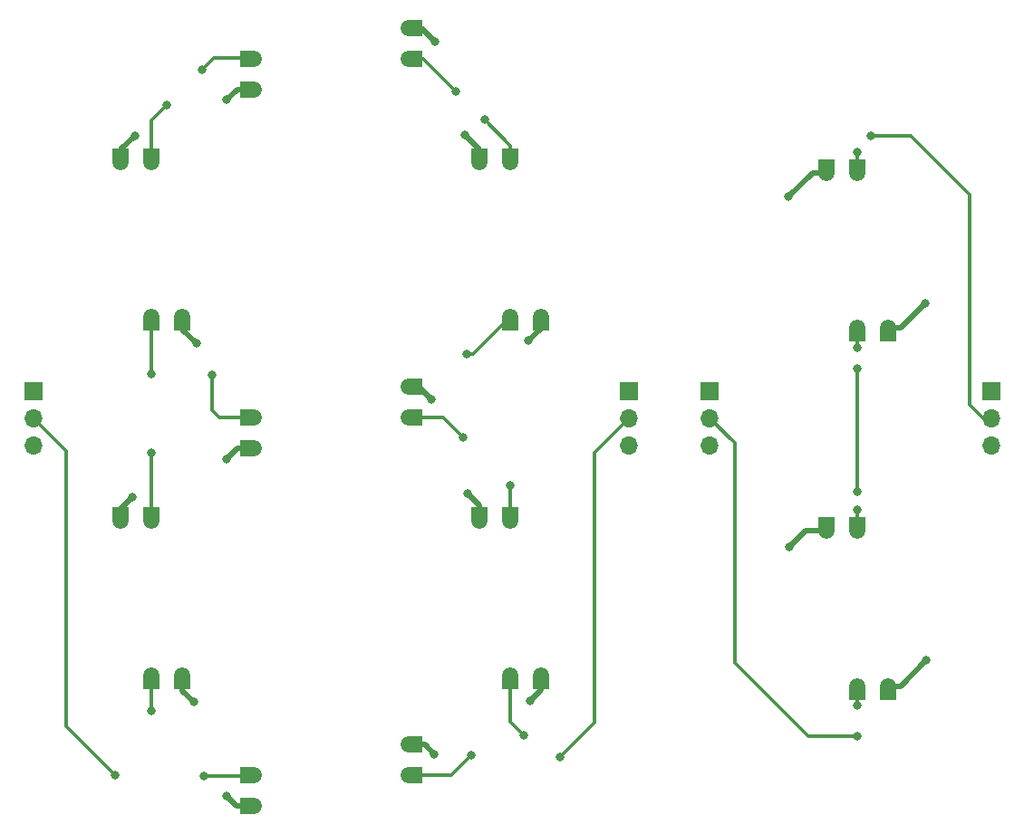
<source format=gtl>
%TF.GenerationSoftware,KiCad,Pcbnew,8.0.5*%
%TF.CreationDate,2025-06-19T13:46:46-07:00*%
%TF.ProjectId,clock,636c6f63-6b2e-46b6-9963-61645f706362,rev?*%
%TF.SameCoordinates,Original*%
%TF.FileFunction,Copper,L1,Top*%
%TF.FilePolarity,Positive*%
%FSLAX46Y46*%
G04 Gerber Fmt 4.6, Leading zero omitted, Abs format (unit mm)*
G04 Created by KiCad (PCBNEW 8.0.5) date 2025-06-19 13:46:46*
%MOMM*%
%LPD*%
G01*
G04 APERTURE LIST*
G04 Aperture macros list*
%AMFreePoly0*
4,1,32,0.000019,0.750046,0.000046,0.750019,0.000050,0.750000,0.000050,0.749994,0.166891,0.731196,0.325413,0.675727,0.467617,0.586374,0.586374,0.467617,0.675727,0.325413,0.731196,0.166891,0.750000,0.000000,0.731196,-0.166891,0.675727,-0.325413,0.586374,-0.467617,0.467617,-0.586374,0.325413,-0.675727,0.166891,-0.731196,0.000050,-0.749994,0.000050,-0.750000,0.000046,-0.750019,
0.000019,-0.750046,0.000000,-0.750050,-1.250000,-0.750050,-1.250019,-0.750046,-1.250046,-0.750019,-1.250050,-0.750000,-1.250050,0.750000,-1.250046,0.750019,-1.250019,0.750046,-1.250000,0.750050,0.000000,0.750050,0.000019,0.750046,0.000019,0.750046,$1*%
G04 Aperture macros list end*
%TA.AperFunction,SMDPad,CuDef*%
%ADD10FreePoly0,270.000000*%
%TD*%
%TA.AperFunction,SMDPad,CuDef*%
%ADD11FreePoly0,90.000000*%
%TD*%
%TA.AperFunction,SMDPad,CuDef*%
%ADD12FreePoly0,0.000000*%
%TD*%
%TA.AperFunction,SMDPad,CuDef*%
%ADD13FreePoly0,180.000000*%
%TD*%
%TA.AperFunction,ComponentPad*%
%ADD14R,1.700000X1.700000*%
%TD*%
%TA.AperFunction,ComponentPad*%
%ADD15O,1.700000X1.700000*%
%TD*%
%TA.AperFunction,ViaPad*%
%ADD16C,0.800000*%
%TD*%
%TA.AperFunction,Conductor*%
%ADD17C,0.500000*%
%TD*%
%TA.AperFunction,Conductor*%
%ADD18C,0.300000*%
%TD*%
%TA.AperFunction,Conductor*%
%ADD19C,0.250000*%
%TD*%
G04 APERTURE END LIST*
D10*
%TO.P,D5,1,VDD*%
%TO.N,5V*%
X204070000Y-136050000D03*
D11*
%TO.P,D5,2,DOUT*%
%TO.N,Net-(D5-DOUT)*%
X206945000Y-150550000D03*
%TO.P,D5,3,VSS*%
%TO.N,GND*%
X209820000Y-150550000D03*
D10*
%TO.P,D5,4,DIN*%
%TO.N,Net-(D4-DOUT)*%
X206945000Y-136050000D03*
%TD*%
D11*
%TO.P,D2,1,VDD*%
%TO.N,5V*%
X176320000Y-184050000D03*
D10*
%TO.P,D2,2,DOUT*%
%TO.N,Net-(D2-DOUT)*%
X173445000Y-169550000D03*
%TO.P,D2,3,VSS*%
%TO.N,GND*%
X170570000Y-169550000D03*
D11*
%TO.P,D2,4,DIN*%
%TO.N,Net-(D1-DOUT)*%
X173445000Y-184050000D03*
%TD*%
D12*
%TO.P,D4,1,VDD*%
%TO.N,5V*%
X182950000Y-129280000D03*
D13*
%TO.P,D4,2,DOUT*%
%TO.N,Net-(D4-DOUT)*%
X197450000Y-126405000D03*
%TO.P,D4,3,VSS*%
%TO.N,GND*%
X197450000Y-123530000D03*
D12*
%TO.P,D4,4,DIN*%
%TO.N,Net-(D3-DOUT)*%
X182950000Y-126405000D03*
%TD*%
%TO.P,D6,1,VDD*%
%TO.N,5V*%
X182950000Y-162780000D03*
D13*
%TO.P,D6,2,DOUT*%
%TO.N,Net-(D6-DOUT)*%
X197450000Y-159905000D03*
%TO.P,D6,3,VSS*%
%TO.N,GND*%
X197450000Y-157030000D03*
D12*
%TO.P,D6,4,DIN*%
%TO.N,Net-(D5-DOUT)*%
X182950000Y-159905000D03*
%TD*%
D14*
%TO.P,J7,1,Pin_1*%
%TO.N,GND*%
X251870000Y-157460000D03*
D15*
%TO.P,J7,2,Pin_2*%
%TO.N,D_Out2*%
X251870000Y-160000000D03*
%TO.P,J7,3,Pin_3*%
%TO.N,5V2*%
X251870000Y-162540000D03*
%TD*%
D14*
%TO.P,J5,1,Pin_1*%
%TO.N,GND*%
X218000000Y-157460000D03*
D15*
%TO.P,J5,2,Pin_2*%
%TO.N,D_Out1*%
X218000000Y-160000000D03*
%TO.P,J5,3,Pin_3*%
%TO.N,5V*%
X218000000Y-162540000D03*
%TD*%
D14*
%TO.P,J6,1,Pin_1*%
%TO.N,GND*%
X225580000Y-157460000D03*
D15*
%TO.P,J6,2,Pin_2*%
%TO.N,D_In2*%
X225580000Y-160000000D03*
%TO.P,J6,3,Pin_3*%
%TO.N,5V2*%
X225580000Y-162540000D03*
%TD*%
D10*
%TO.P,D7,1,VDD*%
%TO.N,5V*%
X204070000Y-169550000D03*
D11*
%TO.P,D7,2,DOUT*%
%TO.N,D_Out1*%
X206945000Y-184050000D03*
%TO.P,D7,3,VSS*%
%TO.N,GND*%
X209820000Y-184050000D03*
D10*
%TO.P,D7,4,DIN*%
%TO.N,Net-(D6-DOUT)*%
X206945000Y-169550000D03*
%TD*%
D12*
%TO.P,D1,1,VDD*%
%TO.N,5V*%
X182950000Y-196280000D03*
D13*
%TO.P,D1,2,DOUT*%
%TO.N,Net-(D1-DOUT)*%
X197450000Y-193405000D03*
%TO.P,D1,3,VSS*%
%TO.N,GND*%
X197450000Y-190530000D03*
D12*
%TO.P,D1,4,DIN*%
%TO.N,D_In1*%
X182950000Y-193405000D03*
%TD*%
D11*
%TO.P,D3,1,VDD*%
%TO.N,5V*%
X176320000Y-150550000D03*
D10*
%TO.P,D3,2,DOUT*%
%TO.N,Net-(D3-DOUT)*%
X173445000Y-136050000D03*
%TO.P,D3,3,VSS*%
%TO.N,GND*%
X170570000Y-136050000D03*
D11*
%TO.P,D3,4,DIN*%
%TO.N,Net-(D2-DOUT)*%
X173445000Y-150550000D03*
%TD*%
%TO.P,D9,1,VDD*%
%TO.N,5V2*%
X242205000Y-151550000D03*
D10*
%TO.P,D9,2,DOUT*%
%TO.N,D_Out2*%
X239330000Y-137050000D03*
%TO.P,D9,3,VSS*%
%TO.N,GND*%
X236455000Y-137050000D03*
D11*
%TO.P,D9,4,DIN*%
%TO.N,Net-(D8-DOUT)*%
X239330000Y-151550000D03*
%TD*%
D14*
%TO.P,J1,1,Pin_1*%
%TO.N,GND*%
X162400000Y-157460000D03*
D15*
%TO.P,J1,2,Pin_2*%
%TO.N,D_In1*%
X162400000Y-160000000D03*
%TO.P,J1,3,Pin_3*%
%TO.N,5V*%
X162400000Y-162540000D03*
%TD*%
D11*
%TO.P,D8,1,VDD*%
%TO.N,5V2*%
X242215000Y-185050000D03*
D10*
%TO.P,D8,2,DOUT*%
%TO.N,Net-(D8-DOUT)*%
X239340000Y-170550000D03*
%TO.P,D8,3,VSS*%
%TO.N,GND*%
X236465000Y-170550000D03*
D11*
%TO.P,D8,4,DIN*%
%TO.N,D_In2*%
X239340000Y-185050000D03*
%TD*%
D16*
%TO.N,GND*%
X208800000Y-186450000D03*
X199950000Y-124825000D03*
X232925000Y-139300000D03*
X199850000Y-191400000D03*
X171875000Y-133575000D03*
X208650000Y-152775000D03*
X199575000Y-158250000D03*
X233050000Y-172075000D03*
X171625000Y-167400000D03*
%TO.N,5V*%
X177650000Y-153025000D03*
X203000000Y-167050000D03*
X180475000Y-130250000D03*
X180425000Y-195300000D03*
X180400000Y-163825000D03*
X177350000Y-186525000D03*
X202700000Y-133525000D03*
%TO.N,Net-(D2-DOUT)*%
X173450000Y-155850000D03*
X173450000Y-163225000D03*
%TO.N,Net-(D3-DOUT)*%
X174875000Y-130725000D03*
X178125000Y-127450000D03*
%TO.N,D_In1*%
X178325000Y-193450000D03*
X170025000Y-193400000D03*
%TO.N,D_Out1*%
X211625000Y-191650000D03*
X208225000Y-189650000D03*
%TO.N,5V2*%
X245675000Y-149300000D03*
X245825000Y-182625000D03*
%TO.N,D_In2*%
X239350000Y-186900000D03*
X239350000Y-189750000D03*
%TO.N,D_Out2*%
X239325000Y-135175000D03*
X240625000Y-133600000D03*
%TO.N,Net-(D1-DOUT)*%
X203325000Y-191525000D03*
X173425000Y-187400000D03*
%TO.N,Net-(D4-DOUT)*%
X204575000Y-132125000D03*
X201850000Y-129425000D03*
%TO.N,Net-(D5-DOUT)*%
X179100000Y-155975000D03*
X202875000Y-154000000D03*
%TO.N,Net-(D6-DOUT)*%
X206950000Y-166275000D03*
X202575000Y-161800000D03*
%TO.N,Net-(D8-DOUT)*%
X239350000Y-153400000D03*
X239350000Y-155375000D03*
X239350000Y-168600000D03*
X239350000Y-166875000D03*
%TD*%
D17*
%TO.N,GND*%
X234575000Y-170550000D02*
X233050000Y-172075000D01*
X235175000Y-137050000D02*
X232925000Y-139300000D01*
X197450000Y-190530000D02*
X198980000Y-190530000D01*
X197450000Y-157030000D02*
X198355000Y-157030000D01*
X198655000Y-123530000D02*
X199950000Y-124825000D01*
X170570000Y-136050000D02*
X170570000Y-134880000D01*
X209820000Y-151605000D02*
X208650000Y-152775000D01*
X170570000Y-168455000D02*
X171625000Y-167400000D01*
X236465000Y-170550000D02*
X234575000Y-170550000D01*
X209820000Y-185430000D02*
X208800000Y-186450000D01*
X236455000Y-137050000D02*
X235175000Y-137050000D01*
X197450000Y-123530000D02*
X198655000Y-123530000D01*
X198980000Y-190530000D02*
X199850000Y-191400000D01*
X170570000Y-134880000D02*
X171875000Y-133575000D01*
X209820000Y-150550000D02*
X209820000Y-151605000D01*
X198355000Y-157030000D02*
X199575000Y-158250000D01*
X209820000Y-184050000D02*
X209820000Y-185430000D01*
X170570000Y-169550000D02*
X170570000Y-168455000D01*
%TO.N,5V*%
X181445000Y-162780000D02*
X180400000Y-163825000D01*
X176320000Y-185495000D02*
X177350000Y-186525000D01*
X204070000Y-134895000D02*
X202700000Y-133525000D01*
X204070000Y-168120000D02*
X203000000Y-167050000D01*
X181445000Y-129280000D02*
X180475000Y-130250000D01*
X204070000Y-136050000D02*
X204070000Y-134895000D01*
X176320000Y-184050000D02*
X176320000Y-185495000D01*
X176320000Y-151695000D02*
X177650000Y-153025000D01*
X182950000Y-162780000D02*
X181445000Y-162780000D01*
X204070000Y-169550000D02*
X204070000Y-168120000D01*
X182950000Y-129280000D02*
X181445000Y-129280000D01*
X182950000Y-196280000D02*
X181405000Y-196280000D01*
X181405000Y-196280000D02*
X180425000Y-195300000D01*
X176320000Y-150550000D02*
X176320000Y-151695000D01*
D18*
%TO.N,Net-(D2-DOUT)*%
X173445000Y-169550000D02*
X173450000Y-169545000D01*
X173450000Y-169545000D02*
X173450000Y-163225000D01*
X173450000Y-150555000D02*
X173445000Y-150550000D01*
X173450000Y-155850000D02*
X173450000Y-150555000D01*
%TO.N,Net-(D3-DOUT)*%
X173445000Y-136050000D02*
X173445000Y-132155000D01*
X173445000Y-132155000D02*
X174875000Y-130725000D01*
X178125000Y-127450000D02*
X179225000Y-126350000D01*
X179225000Y-126350000D02*
X182895000Y-126350000D01*
X182895000Y-126350000D02*
X182950000Y-126405000D01*
%TO.N,D_In1*%
X162400000Y-160000000D02*
X165475000Y-163075000D01*
D19*
X182930000Y-193425000D02*
X182950000Y-193405000D01*
D18*
X178325000Y-193450000D02*
X182905000Y-193450000D01*
X182905000Y-193450000D02*
X182950000Y-193405000D01*
X165475000Y-163075000D02*
X165475000Y-188475000D01*
X165475000Y-188475000D02*
X165475000Y-188850000D01*
X165475000Y-188850000D02*
X170025000Y-193400000D01*
%TO.N,D_Out1*%
X211625000Y-191650000D02*
X214775000Y-188500000D01*
X214775000Y-188500000D02*
X214775000Y-163225000D01*
X214775000Y-163225000D02*
X218000000Y-160000000D01*
X206945000Y-184050000D02*
X206945000Y-188370000D01*
X206945000Y-188370000D02*
X208225000Y-189650000D01*
D17*
%TO.N,5V2*%
X243400000Y-185050000D02*
X245825000Y-182625000D01*
X242215000Y-185050000D02*
X243400000Y-185050000D01*
X243425000Y-151550000D02*
X245675000Y-149300000D01*
X242205000Y-151550000D02*
X243425000Y-151550000D01*
D18*
%TO.N,D_In2*%
X239350000Y-186900000D02*
X239350000Y-185060000D01*
X234775000Y-189750000D02*
X239350000Y-189750000D01*
X227900000Y-182875000D02*
X234775000Y-189750000D01*
X239350000Y-185060000D02*
X239340000Y-185050000D01*
X227900000Y-162320000D02*
X227900000Y-182875000D01*
X225580000Y-160000000D02*
X227900000Y-162320000D01*
%TO.N,D_Out2*%
X249900000Y-158775000D02*
X251125000Y-160000000D01*
X244400000Y-133600000D02*
X249900000Y-139100000D01*
X239330000Y-137050000D02*
X239330000Y-135180000D01*
X239330000Y-135180000D02*
X239325000Y-135175000D01*
X249900000Y-139100000D02*
X249900000Y-158775000D01*
X251125000Y-160000000D02*
X251870000Y-160000000D01*
X240625000Y-133600000D02*
X244400000Y-133600000D01*
%TO.N,Net-(D1-DOUT)*%
X201445000Y-193405000D02*
X203325000Y-191525000D01*
X173425000Y-184070000D02*
X173445000Y-184050000D01*
X197450000Y-193405000D02*
X201445000Y-193405000D01*
X173425000Y-187400000D02*
X173425000Y-184070000D01*
%TO.N,Net-(D4-DOUT)*%
X206950000Y-136045000D02*
X206945000Y-136050000D01*
X204575000Y-132125000D02*
X206950000Y-134500000D01*
X197450000Y-126405000D02*
X198830000Y-126405000D01*
X198830000Y-126405000D02*
X201850000Y-129425000D01*
X206950000Y-134500000D02*
X206950000Y-136045000D01*
%TO.N,Net-(D5-DOUT)*%
X206945000Y-150550000D02*
X203495000Y-154000000D01*
X179100000Y-159225000D02*
X179780000Y-159905000D01*
X179100000Y-155975000D02*
X179100000Y-159225000D01*
X179780000Y-159905000D02*
X182950000Y-159905000D01*
X203495000Y-154000000D02*
X202875000Y-154000000D01*
%TO.N,Net-(D6-DOUT)*%
X206950000Y-169545000D02*
X206945000Y-169550000D01*
X206950000Y-166275000D02*
X206950000Y-169545000D01*
X197450000Y-159905000D02*
X200680000Y-159905000D01*
X200680000Y-159905000D02*
X202575000Y-161800000D01*
%TO.N,Net-(D8-DOUT)*%
X239350000Y-153400000D02*
X239350000Y-151570000D01*
X239350000Y-166875000D02*
X239350000Y-155375000D01*
X239340000Y-170550000D02*
X239340000Y-168610000D01*
X239350000Y-151570000D02*
X239330000Y-151550000D01*
X239340000Y-168610000D02*
X239350000Y-168600000D01*
%TD*%
M02*

</source>
